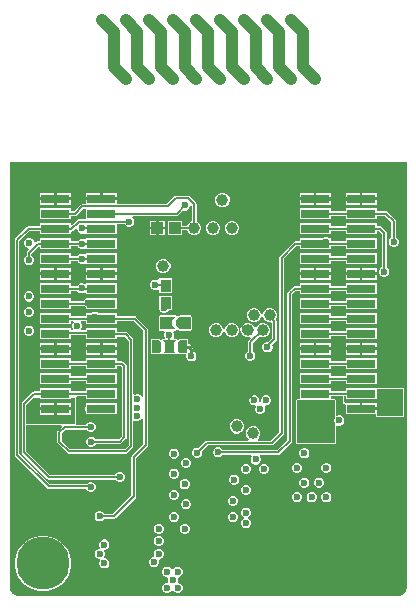
<source format=gbl>
G04*
G04 #@! TF.GenerationSoftware,Altium Limited,Altium Designer,21.0.8 (223)*
G04*
G04 Layer_Physical_Order=4*
G04 Layer_Color=16711680*
%FSLAX25Y25*%
%MOIN*%
G70*
G04*
G04 #@! TF.SameCoordinates,33316FA8-22EC-4851-BF61-47935A3E7C20*
G04*
G04*
G04 #@! TF.FilePolarity,Positive*
G04*
G01*
G75*
%ADD11C,0.00787*%
%ADD22R,0.04134X0.03937*%
%ADD25R,0.03740X0.03937*%
%ADD26C,0.03937*%
%ADD81C,0.00951*%
%ADD83C,0.17717*%
%ADD84C,0.02362*%
%ADD85C,0.02677*%
%ADD89R,0.09449X0.02992*%
%ADD90R,0.01000X0.01000*%
%ADD91C,0.00400*%
%ADD92C,0.03937*%
G36*
X133055Y3937D02*
Y3628D01*
X132935Y3023D01*
X132699Y2452D01*
X132356Y1939D01*
X131919Y1503D01*
X131406Y1159D01*
X130835Y923D01*
X130230Y803D01*
X3628D01*
X3023Y923D01*
X2452Y1159D01*
X1939Y1503D01*
X1503Y1939D01*
X1159Y2452D01*
X923Y3023D01*
X803Y3628D01*
Y3937D01*
Y145669D01*
X133055D01*
Y3937D01*
D02*
G37*
%LPC*%
G36*
X60274Y134379D02*
X60274Y134379D01*
X56174D01*
X56174Y134379D01*
X55864Y134318D01*
X55602Y134142D01*
X55602Y134142D01*
X53139Y131679D01*
X36524D01*
Y133031D01*
X31299D01*
X26075D01*
Y131679D01*
X24974D01*
X24664Y131618D01*
X24402Y131442D01*
X24402Y131442D01*
X22194Y129234D01*
X21069D01*
Y130321D01*
X10820D01*
Y126529D01*
X21069D01*
Y127616D01*
X22529D01*
X22529Y127616D01*
X22839Y127678D01*
X23101Y127853D01*
X25309Y130061D01*
X26175D01*
Y126579D01*
X23720D01*
X23410Y126518D01*
X23148Y126342D01*
X21531Y124726D01*
X21069Y124917D01*
Y125321D01*
X10820D01*
Y124234D01*
X7029D01*
X6719Y124173D01*
X6457Y123997D01*
X6457Y123997D01*
X2577Y120118D01*
X2402Y119855D01*
X2340Y119546D01*
X2340Y119546D01*
Y48094D01*
X2340Y48094D01*
X2402Y47785D01*
X2577Y47522D01*
X13202Y36898D01*
X13202Y36898D01*
X13464Y36722D01*
X13774Y36661D01*
X26107D01*
X26260Y36292D01*
X26733Y35819D01*
X27351Y35563D01*
X28019D01*
X28637Y35819D01*
X29110Y36292D01*
X29366Y36910D01*
Y37578D01*
X29110Y38196D01*
X28637Y38669D01*
X28019Y38925D01*
X27351D01*
X26733Y38669D01*
X26343Y38279D01*
X14109D01*
X3959Y48430D01*
Y119211D01*
X7364Y122616D01*
X10820D01*
Y121529D01*
X21069D01*
Y121973D01*
X21200Y122441D01*
X21510Y122502D01*
X21772Y122678D01*
X22738Y123644D01*
X23238Y123437D01*
Y123116D01*
X23494Y122498D01*
X23967Y122025D01*
X24585Y121769D01*
X25254D01*
X25675Y121943D01*
X26175Y121675D01*
Y121529D01*
X36424D01*
Y124961D01*
X39113D01*
X39189Y124777D01*
X39662Y124304D01*
X40280Y124048D01*
X40949D01*
X41567Y124304D01*
X42040Y124777D01*
X42296Y125395D01*
Y126064D01*
X42040Y126682D01*
X41606Y127116D01*
X41625Y127295D01*
X41759Y127616D01*
X56329D01*
X56329Y127616D01*
X56639Y127678D01*
X56901Y127853D01*
X58546Y129498D01*
X58689Y129438D01*
X59358D01*
X59976Y129694D01*
X60448Y130167D01*
X60704Y130785D01*
Y130956D01*
X61204Y131213D01*
X61396Y131076D01*
Y125850D01*
X60863Y125630D01*
X60197Y124964D01*
X59976Y124431D01*
X58316D01*
Y125991D01*
X53382D01*
Y121254D01*
X58316D01*
Y122813D01*
X59976D01*
X60197Y122280D01*
X60863Y121614D01*
X61734Y121254D01*
X62676D01*
X63546Y121614D01*
X64213Y122280D01*
X64573Y123151D01*
Y124093D01*
X64213Y124964D01*
X63546Y125630D01*
X63014Y125850D01*
Y131639D01*
X63014Y131639D01*
X62952Y131949D01*
X62777Y132212D01*
X62777Y132212D01*
X60846Y134142D01*
X60584Y134318D01*
X60274Y134379D01*
D02*
G37*
G36*
X123138Y135421D02*
X118307D01*
Y133819D01*
X123138D01*
Y135421D01*
D02*
G37*
G36*
X117520D02*
X112689D01*
Y133819D01*
X117520D01*
Y135421D01*
D02*
G37*
G36*
X21169D02*
X16339D01*
Y133819D01*
X21169D01*
Y135421D01*
D02*
G37*
G36*
X15551D02*
X10721D01*
Y133819D01*
X15551D01*
Y135421D01*
D02*
G37*
G36*
X107783D02*
X102953D01*
Y133819D01*
X107783D01*
Y135421D01*
D02*
G37*
G36*
X102165D02*
X97335D01*
Y133819D01*
X102165D01*
Y135421D01*
D02*
G37*
G36*
X36524D02*
X31693D01*
Y133819D01*
X36524D01*
Y135421D01*
D02*
G37*
G36*
X30906D02*
X26075D01*
Y133819D01*
X30906D01*
Y135421D01*
D02*
G37*
G36*
X123138Y133031D02*
X118307D01*
Y131429D01*
X123138D01*
Y133031D01*
D02*
G37*
G36*
X117520D02*
X112689D01*
Y131429D01*
X117520D01*
Y133031D01*
D02*
G37*
G36*
X107783Y133031D02*
X102953D01*
Y131429D01*
X107783D01*
Y133031D01*
D02*
G37*
G36*
X102165D02*
X97335D01*
Y131429D01*
X102165D01*
Y133031D01*
D02*
G37*
G36*
X21169Y133031D02*
X16339D01*
Y131429D01*
X21169D01*
Y133031D01*
D02*
G37*
G36*
X15551D02*
X10721D01*
Y131429D01*
X15551D01*
Y133031D01*
D02*
G37*
G36*
X72125Y135439D02*
X71182D01*
X70312Y135079D01*
X69646Y134413D01*
X69285Y133542D01*
Y132600D01*
X69646Y131729D01*
X70312Y131063D01*
X71182Y130702D01*
X72125D01*
X72995Y131063D01*
X73662Y131729D01*
X74022Y132600D01*
Y133542D01*
X73662Y134413D01*
X72995Y135079D01*
X72125Y135439D01*
D02*
G37*
G36*
X123038Y130321D02*
X112789D01*
Y129156D01*
X107683D01*
Y130321D01*
X97435D01*
Y126529D01*
X107683D01*
Y127537D01*
X112789D01*
Y126529D01*
X123038D01*
Y127616D01*
X125964D01*
X127931Y125649D01*
Y120382D01*
X127788Y120323D01*
X127315Y119850D01*
X127059Y119232D01*
Y118563D01*
X127315Y117945D01*
X127788Y117473D01*
X128406Y117217D01*
X129075D01*
X129692Y117473D01*
X130165Y117945D01*
X130421Y118563D01*
Y119232D01*
X130165Y119850D01*
X129692Y120323D01*
X129549Y120382D01*
Y125984D01*
X129488Y126294D01*
X129312Y126557D01*
X129312Y126557D01*
X126871Y128997D01*
X126609Y129173D01*
X126299Y129235D01*
X126299Y129234D01*
X123038D01*
Y130321D01*
D02*
G37*
G36*
Y125321D02*
X112789D01*
Y124179D01*
X107725D01*
X107724Y124181D01*
X107683Y124222D01*
Y125321D01*
X97435D01*
Y121529D01*
X107683D01*
Y122235D01*
X107724Y122276D01*
X107842Y122561D01*
X112789D01*
Y121529D01*
X123038D01*
Y122616D01*
X123877D01*
X124781Y121712D01*
Y110539D01*
X124638Y110480D01*
X124165Y110007D01*
X123909Y109389D01*
Y108721D01*
X124165Y108103D01*
X124638Y107630D01*
X125256Y107374D01*
X125925D01*
X126543Y107630D01*
X127016Y108103D01*
X127272Y108721D01*
Y109389D01*
X127016Y110007D01*
X126543Y110480D01*
X126400Y110539D01*
Y122047D01*
X126400Y122047D01*
X126338Y122357D01*
X126163Y122619D01*
X124785Y123997D01*
X124522Y124173D01*
X124213Y124234D01*
X124213Y124234D01*
X123038D01*
Y125321D01*
D02*
G37*
G36*
X52510Y126091D02*
X50337D01*
Y124016D01*
X52510D01*
Y126091D01*
D02*
G37*
G36*
X49550D02*
X47377D01*
Y124016D01*
X49550D01*
Y126091D01*
D02*
G37*
G36*
X75274Y125991D02*
X74332D01*
X73462Y125630D01*
X72795Y124964D01*
X72435Y124093D01*
Y123151D01*
X72795Y122280D01*
X73462Y121614D01*
X74332Y121254D01*
X75274D01*
X76145Y121614D01*
X76811Y122280D01*
X77172Y123151D01*
Y124093D01*
X76811Y124964D01*
X76145Y125630D01*
X75274Y125991D01*
D02*
G37*
G36*
X68975D02*
X68033D01*
X67162Y125630D01*
X66496Y124964D01*
X66135Y124093D01*
Y123151D01*
X66496Y122280D01*
X67162Y121614D01*
X68033Y121254D01*
X68975D01*
X69846Y121614D01*
X70512Y122280D01*
X70872Y123151D01*
Y124093D01*
X70512Y124964D01*
X69846Y125630D01*
X68975Y125991D01*
D02*
G37*
G36*
X52510Y123228D02*
X50337D01*
Y121153D01*
X52510D01*
Y123228D01*
D02*
G37*
G36*
X49550D02*
X47377D01*
Y121153D01*
X49550D01*
Y123228D01*
D02*
G37*
G36*
X36424Y120321D02*
X26175D01*
Y120125D01*
X25675Y119857D01*
X25254Y120031D01*
X24585D01*
X23967Y119775D01*
X23494Y119302D01*
X23466Y119234D01*
X21069D01*
Y120321D01*
X10820D01*
Y119209D01*
X10200D01*
X10200Y119209D01*
X9890Y119148D01*
X9628Y118972D01*
X9417Y118762D01*
X8925Y118977D01*
X8699Y119522D01*
X8226Y119995D01*
X7608Y120251D01*
X6940D01*
X6322Y119995D01*
X5849Y119522D01*
X5593Y118904D01*
Y118236D01*
X5849Y117618D01*
X6322Y117145D01*
X6867Y116919D01*
X7083Y116427D01*
X6605Y115950D01*
X6430Y115687D01*
X6368Y115377D01*
X6368Y115377D01*
Y114346D01*
X6198Y114275D01*
X5725Y113802D01*
X5469Y113184D01*
Y112516D01*
X5725Y111898D01*
X6198Y111425D01*
X6816Y111169D01*
X7484D01*
X8102Y111425D01*
X8575Y111898D01*
X8831Y112516D01*
Y113184D01*
X8575Y113802D01*
X8102Y114275D01*
X7987Y114323D01*
Y115042D01*
X10321Y117376D01*
X10820Y117169D01*
Y116529D01*
X21069D01*
Y117616D01*
X23404D01*
X23494Y117398D01*
X23967Y116925D01*
X24585Y116669D01*
X25254D01*
X25675Y116843D01*
X26175Y116575D01*
Y116529D01*
X36424D01*
Y120321D01*
D02*
G37*
G36*
X106470Y120551D02*
X105801D01*
X105246Y120321D01*
X97435D01*
Y119234D01*
X95984D01*
X95984Y119235D01*
X95675Y119173D01*
X95412Y118997D01*
X90766Y114352D01*
X90591Y114089D01*
X90529Y113779D01*
X90529Y113779D01*
Y55453D01*
X87854Y52778D01*
X83606D01*
X83399Y53278D01*
X83898Y53777D01*
X84258Y54647D01*
Y55589D01*
X83898Y56460D01*
X83231Y57126D01*
X82361Y57487D01*
X81419D01*
X80548Y57126D01*
X79882Y56460D01*
X79521Y55589D01*
Y54647D01*
X79882Y53777D01*
X80381Y53278D01*
X80173Y52778D01*
X66467D01*
X66157Y52716D01*
X65894Y52541D01*
X65894Y52541D01*
X63714Y50360D01*
X63571Y50419D01*
X62902D01*
X62284Y50163D01*
X61811Y49690D01*
X61555Y49073D01*
Y48404D01*
X61811Y47786D01*
X62284Y47313D01*
X62902Y47057D01*
X63571D01*
X64188Y47313D01*
X64661Y47786D01*
X64917Y48404D01*
Y49073D01*
X64858Y49215D01*
X66802Y51159D01*
X88189D01*
X88189Y51159D01*
X88499Y51221D01*
X88761Y51396D01*
X91911Y54546D01*
X92086Y54808D01*
X92148Y55118D01*
Y113444D01*
X96320Y117616D01*
X97435D01*
Y116529D01*
X107683D01*
Y117561D01*
X112789D01*
Y116529D01*
X123038D01*
Y120321D01*
X112789D01*
Y119179D01*
X107817D01*
Y119204D01*
X107683Y119526D01*
Y120321D01*
X107025D01*
X106470Y120551D01*
D02*
G37*
G36*
X36424Y115321D02*
X26175D01*
Y115145D01*
X25675Y114877D01*
X25254Y115051D01*
X24585D01*
X23967Y114795D01*
X23494Y114322D01*
X23458Y114234D01*
X21069D01*
Y115321D01*
X10820D01*
Y111529D01*
X21069D01*
Y112616D01*
X23412D01*
X23494Y112418D01*
X23967Y111945D01*
X24585Y111689D01*
X25254D01*
X25675Y111863D01*
X26175Y111595D01*
Y111529D01*
X36424D01*
Y115321D01*
D02*
G37*
G36*
X123038D02*
X112789D01*
Y114179D01*
X107702D01*
X107683Y114224D01*
Y115321D01*
X97435D01*
Y111529D01*
X107683D01*
Y112561D01*
X112789D01*
Y111529D01*
X123038D01*
Y115321D01*
D02*
G37*
G36*
X123138Y110421D02*
X118307D01*
Y108819D01*
X123138D01*
Y110421D01*
D02*
G37*
G36*
X117520D02*
X112689D01*
Y108819D01*
X117520D01*
Y110421D01*
D02*
G37*
G36*
X21169D02*
X16339D01*
Y108819D01*
X21169D01*
Y110421D01*
D02*
G37*
G36*
X15551D02*
X10721D01*
Y108819D01*
X15551D01*
Y110421D01*
D02*
G37*
G36*
X107783D02*
X102953D01*
Y108819D01*
X107783D01*
Y110421D01*
D02*
G37*
G36*
X102165D02*
X97335D01*
Y108819D01*
X102165D01*
Y110421D01*
D02*
G37*
G36*
X36524D02*
X31693D01*
Y108819D01*
X36524D01*
Y110421D01*
D02*
G37*
G36*
X30906D02*
X26075D01*
Y108819D01*
X30906D01*
Y110421D01*
D02*
G37*
G36*
X52440Y113392D02*
X51497D01*
X50627Y113031D01*
X49961Y112365D01*
X49600Y111495D01*
Y110553D01*
X49961Y109682D01*
X50627Y109016D01*
X51497Y108655D01*
X52440D01*
X53310Y109016D01*
X53976Y109682D01*
X54337Y110553D01*
Y111495D01*
X53976Y112365D01*
X53310Y113031D01*
X52440Y113392D01*
D02*
G37*
G36*
X123138Y108031D02*
X118307D01*
Y106429D01*
X123138D01*
Y108031D01*
D02*
G37*
G36*
X117520D02*
X112689D01*
Y106429D01*
X117520D01*
Y108031D01*
D02*
G37*
G36*
X107783Y108031D02*
X102953D01*
Y106429D01*
X107783D01*
Y108031D01*
D02*
G37*
G36*
X102165D02*
X97335D01*
Y106429D01*
X102165D01*
Y108031D01*
D02*
G37*
G36*
X36524Y108031D02*
X31693D01*
Y106429D01*
X36524D01*
Y108031D01*
D02*
G37*
G36*
X30906D02*
X26075D01*
Y106429D01*
X30906D01*
Y108031D01*
D02*
G37*
G36*
X21169Y108031D02*
X16339D01*
Y106429D01*
X21169D01*
Y108031D01*
D02*
G37*
G36*
X15551D02*
X10721D01*
Y106429D01*
X15551D01*
Y108031D01*
D02*
G37*
G36*
X54931Y106808D02*
X50391D01*
Y106577D01*
X49891Y106263D01*
X49547Y106405D01*
X48878D01*
X48260Y106150D01*
X47787Y105677D01*
X47532Y105059D01*
Y104390D01*
X47787Y103772D01*
X48260Y103299D01*
X48878Y103043D01*
X49547D01*
X49891Y103186D01*
X50391Y102872D01*
Y102071D01*
X54931D01*
Y106808D01*
D02*
G37*
G36*
X36424Y105321D02*
X26175D01*
Y105054D01*
X25675Y104847D01*
X25626Y104895D01*
X25008Y105151D01*
X24340D01*
X23722Y104895D01*
X23249Y104422D01*
X23171Y104234D01*
X21069D01*
Y105321D01*
X10820D01*
Y101529D01*
X21069D01*
Y102616D01*
X23208D01*
X23249Y102518D01*
X23722Y102045D01*
X24340Y101789D01*
X25008D01*
X25626Y102045D01*
X25675Y102093D01*
X26175Y101886D01*
Y101529D01*
X36424D01*
Y105321D01*
D02*
G37*
G36*
X123038D02*
X112789D01*
Y104234D01*
X107683D01*
Y105321D01*
X97435D01*
Y104234D01*
X95669D01*
X95669Y104235D01*
X95360Y104173D01*
X95097Y103997D01*
X95097Y103997D01*
X93522Y102423D01*
X93347Y102160D01*
X93285Y101850D01*
X93285Y101850D01*
Y53091D01*
X89822Y49628D01*
X71707D01*
X71648Y49771D01*
X71175Y50244D01*
X70557Y50500D01*
X69888D01*
X69270Y50244D01*
X68797Y49771D01*
X68541Y49153D01*
Y48485D01*
X68797Y47867D01*
X69270Y47394D01*
X69888Y47138D01*
X70557D01*
X71175Y47394D01*
X71648Y47867D01*
X71707Y48010D01*
X81146D01*
X81353Y47510D01*
X81252Y47409D01*
X80996Y46791D01*
Y46122D01*
X81252Y45504D01*
X81725Y45031D01*
X82343Y44776D01*
X83012D01*
X83629Y45031D01*
X84102Y45504D01*
X84358Y46122D01*
Y46791D01*
X84102Y47409D01*
X84002Y47510D01*
X84209Y48010D01*
X90157D01*
X90158Y48010D01*
X90467Y48071D01*
X90730Y48247D01*
X94667Y52184D01*
X94667Y52184D01*
X94842Y52446D01*
X94904Y52756D01*
Y101515D01*
X96004Y102616D01*
X97435D01*
Y101529D01*
X107683D01*
Y102616D01*
X112789D01*
Y101529D01*
X123038D01*
Y105321D01*
D02*
G37*
G36*
Y100321D02*
X112789D01*
Y99234D01*
X107683D01*
Y100321D01*
X97435D01*
Y96529D01*
X107683D01*
Y97616D01*
X112789D01*
Y96529D01*
X123038D01*
Y100321D01*
D02*
G37*
G36*
X27308Y100351D02*
X26640D01*
X26567Y100321D01*
X26175D01*
Y100159D01*
X26022Y100095D01*
X25549Y99622D01*
X25388Y99234D01*
X21069D01*
Y100321D01*
X10820D01*
Y96529D01*
X21069D01*
Y97616D01*
X25651D01*
X26022Y97245D01*
X26175Y97181D01*
Y96529D01*
X36424D01*
Y100321D01*
X27381D01*
X27308Y100351D01*
D02*
G37*
G36*
X7421Y102469D02*
X6752D01*
X6134Y102213D01*
X5661Y101740D01*
X5406Y101122D01*
Y100453D01*
X5661Y99835D01*
X6134Y99362D01*
X6752Y99106D01*
X7421D01*
X8039Y99362D01*
X8512Y99835D01*
X8768Y100453D01*
Y101122D01*
X8512Y101740D01*
X8039Y102213D01*
X7421Y102469D01*
D02*
G37*
G36*
X54931Y101100D02*
X50391D01*
Y96363D01*
X50677D01*
X50831Y95991D01*
X51304Y95518D01*
X51921Y95262D01*
X52590D01*
X53208Y95518D01*
X53681Y95991D01*
X53835Y96363D01*
X54931D01*
Y101100D01*
D02*
G37*
G36*
X87873Y96867D02*
X86931D01*
X86060Y96507D01*
X85394Y95840D01*
X85033Y94970D01*
X84543D01*
X84182Y95840D01*
X83516Y96507D01*
X82645Y96867D01*
X81703D01*
X80832Y96507D01*
X80166Y95840D01*
X79805Y94970D01*
Y94028D01*
X80166Y93157D01*
X80832Y92491D01*
X81703Y92130D01*
X82645D01*
X83516Y92491D01*
X84182Y93157D01*
X84543Y94028D01*
X85033D01*
X85394Y93157D01*
X86060Y92491D01*
X86931Y92130D01*
X87873D01*
X88167Y91711D01*
Y86924D01*
X86757Y85514D01*
X86312D01*
X85694Y85258D01*
X85222Y84785D01*
X84966Y84168D01*
Y83499D01*
X85222Y82881D01*
X85694Y82408D01*
X86312Y82152D01*
X86981D01*
X87599Y82408D01*
X88072Y82881D01*
X88328Y83499D01*
Y84168D01*
X88144Y84612D01*
X89549Y86017D01*
X89549Y86017D01*
X89724Y86279D01*
X89786Y86589D01*
Y92463D01*
X89724Y92772D01*
X89549Y93035D01*
X89549Y93035D01*
X89415Y93169D01*
X89770Y94028D01*
Y94970D01*
X89410Y95840D01*
X88743Y96507D01*
X87873Y96867D01*
D02*
G37*
G36*
X123038Y95321D02*
X112789D01*
Y94235D01*
X107683D01*
Y95321D01*
X97435D01*
Y91529D01*
X107683D01*
Y92616D01*
X112789D01*
Y91529D01*
X123038D01*
Y95321D01*
D02*
G37*
G36*
X29408Y95751D02*
X28740D01*
X28122Y95495D01*
X27948Y95321D01*
X26175D01*
Y94235D01*
X21069D01*
Y95321D01*
X10820D01*
Y91529D01*
X21069D01*
Y92616D01*
X21815D01*
X22022Y92116D01*
X21803Y91897D01*
X21547Y91279D01*
Y90610D01*
X21803Y89993D01*
X21816Y89979D01*
X21609Y89479D01*
X21069D01*
Y90321D01*
X10820D01*
Y86529D01*
X21069D01*
Y87861D01*
X26175D01*
Y86529D01*
X36424D01*
Y87380D01*
X39035D01*
X40332Y86082D01*
Y51319D01*
X39035Y50022D01*
X20808D01*
X18132Y52697D01*
Y55177D01*
X19390Y56435D01*
X26201D01*
X26260Y56292D01*
X26733Y55819D01*
X27351Y55563D01*
X28019D01*
X28637Y55819D01*
X29110Y56292D01*
X29366Y56910D01*
Y57578D01*
X29110Y58196D01*
X28637Y58669D01*
X28019Y58925D01*
X27351D01*
X26733Y58669D01*
X26260Y58196D01*
X26201Y58053D01*
X23017D01*
X22874Y58268D01*
Y66929D01*
X22819Y67061D01*
X23075Y67561D01*
X26175D01*
Y66529D01*
X36424D01*
Y70321D01*
X26175D01*
Y69179D01*
X21069D01*
Y70321D01*
X10820D01*
Y69235D01*
X8976D01*
X8976Y69235D01*
X8667Y69173D01*
X8404Y68997D01*
X8404Y68997D01*
X4940Y65533D01*
X4764Y65270D01*
X4703Y64961D01*
X4703Y64961D01*
Y48819D01*
X4703Y48819D01*
X4764Y48509D01*
X4940Y48247D01*
X13207Y39979D01*
X13207Y39979D01*
X13470Y39803D01*
X13780Y39742D01*
X13780Y39742D01*
X35917D01*
X35976Y39599D01*
X36449Y39126D01*
X37067Y38870D01*
X37736D01*
X38354Y39126D01*
X38827Y39599D01*
X39083Y40217D01*
Y40886D01*
X38827Y41503D01*
X38354Y41976D01*
X37736Y42232D01*
X37067D01*
X36449Y41976D01*
X35976Y41503D01*
X35917Y41360D01*
X14115D01*
X6321Y49154D01*
Y57835D01*
X17794D01*
X18001Y57335D01*
X16751Y56084D01*
X16575Y55822D01*
X16514Y55512D01*
X16514Y55512D01*
Y52362D01*
X16514Y52362D01*
X16575Y52052D01*
X16751Y51790D01*
X19900Y48640D01*
X20163Y48465D01*
X20472Y48403D01*
X39370D01*
X39370Y48403D01*
X39680Y48465D01*
X39942Y48640D01*
X41714Y50412D01*
X41714Y50412D01*
X41889Y50675D01*
X41951Y50984D01*
X41951Y50984D01*
Y59349D01*
X42451Y59559D01*
X42973Y59342D01*
X43641D01*
X44259Y59598D01*
X44732Y60071D01*
X44754Y60123D01*
X45254Y60024D01*
Y51516D01*
X41554Y47816D01*
X41378Y47554D01*
X41317Y47244D01*
X41317Y47244D01*
Y34587D01*
X35098Y28368D01*
X32160D01*
X32125Y28452D01*
X31652Y28925D01*
X31034Y29181D01*
X30366D01*
X29748Y28925D01*
X29275Y28452D01*
X29019Y27834D01*
Y27166D01*
X29275Y26548D01*
X29748Y26075D01*
X30366Y25819D01*
X31034D01*
X31652Y26075D01*
X32125Y26548D01*
X32209Y26750D01*
X35433D01*
X35433Y26750D01*
X35743Y26811D01*
X36005Y26987D01*
X42698Y33680D01*
X42698Y33680D01*
X42874Y33942D01*
X42935Y34252D01*
Y46909D01*
X46635Y50609D01*
X46635Y50609D01*
X46811Y50871D01*
X46872Y51181D01*
Y89764D01*
X46872Y89764D01*
X46811Y90074D01*
X46635Y90336D01*
X42974Y93997D01*
X42711Y94173D01*
X42402Y94235D01*
X42401Y94235D01*
X36424D01*
Y95321D01*
X30200D01*
X30026Y95495D01*
X29408Y95751D01*
D02*
G37*
G36*
X7421Y97350D02*
X6752D01*
X6134Y97094D01*
X5661Y96622D01*
X5406Y96004D01*
Y95335D01*
X5661Y94717D01*
X6134Y94244D01*
X6752Y93988D01*
X7421D01*
X8039Y94244D01*
X8512Y94717D01*
X8768Y95335D01*
Y96004D01*
X8512Y96622D01*
X8039Y97094D01*
X7421Y97350D01*
D02*
G37*
G36*
X85474Y91939D02*
X84531D01*
X83661Y91578D01*
X82995Y90912D01*
X82809Y90463D01*
X82268D01*
X82082Y90912D01*
X81416Y91578D01*
X80545Y91939D01*
X79603D01*
X78732Y91578D01*
X78419Y91265D01*
X78372Y91245D01*
X77899Y90772D01*
X77643Y90154D01*
Y89486D01*
X77706Y89335D01*
Y89099D01*
X78066Y88228D01*
X78732Y87562D01*
X79603Y87202D01*
X80545D01*
X80950Y87369D01*
X81234Y86945D01*
X80402Y86114D01*
X80226Y85851D01*
X80165Y85541D01*
X80165Y85541D01*
Y82555D01*
X80022Y82495D01*
X79549Y82022D01*
X79293Y81405D01*
Y80736D01*
X79549Y80118D01*
X80022Y79645D01*
X80640Y79389D01*
X81308D01*
X81926Y79645D01*
X82399Y80118D01*
X82655Y80736D01*
Y81405D01*
X82399Y82022D01*
X81926Y82495D01*
X81783Y82555D01*
Y85206D01*
X83999Y87422D01*
X84531Y87202D01*
X85474D01*
X86344Y87562D01*
X87011Y88228D01*
X87371Y89099D01*
Y90041D01*
X87011Y90912D01*
X86344Y91578D01*
X85474Y91939D01*
D02*
G37*
G36*
X75245D02*
X74303D01*
X73432Y91578D01*
X72766Y90912D01*
X72405Y90041D01*
X71943D01*
X71582Y90912D01*
X70916Y91578D01*
X70045Y91939D01*
X69103D01*
X68232Y91578D01*
X67566Y90912D01*
X67206Y90041D01*
Y89099D01*
X67566Y88228D01*
X68232Y87562D01*
X69103Y87202D01*
X70045D01*
X70916Y87562D01*
X71582Y88228D01*
X71943Y89099D01*
X72405D01*
X72766Y88228D01*
X73432Y87562D01*
X74303Y87202D01*
X75245D01*
X76116Y87562D01*
X76782Y88228D01*
X77143Y89099D01*
Y90041D01*
X76782Y90912D01*
X76116Y91578D01*
X75245Y91939D01*
D02*
G37*
G36*
X53779Y94701D02*
X53110D01*
X52552Y94469D01*
X50787D01*
X50481Y94343D01*
X50354Y94036D01*
Y89836D01*
X50481Y89530D01*
X50787Y89403D01*
X52223D01*
X52449Y88922D01*
X52193Y88305D01*
Y87636D01*
X52420Y87088D01*
X52225Y86588D01*
X51894D01*
X51588Y86461D01*
X51568Y86413D01*
X50999Y86275D01*
X50813Y86461D01*
X50506Y86588D01*
X48106D01*
X47800Y86461D01*
X47673Y86155D01*
Y81955D01*
X47800Y81649D01*
X48106Y81522D01*
X50506D01*
X50813Y81649D01*
X50999Y81835D01*
X51568Y81697D01*
X51588Y81649D01*
X51894Y81522D01*
X56094D01*
X56400Y81649D01*
X56420Y81697D01*
X56989Y81835D01*
X57175Y81649D01*
X57481Y81522D01*
X59371D01*
X59601Y81178D01*
Y80509D01*
X59857Y79891D01*
X60330Y79418D01*
X60948Y79163D01*
X61617D01*
X62235Y79418D01*
X62708Y79891D01*
X62963Y80509D01*
Y81178D01*
X62708Y81796D01*
X62235Y82269D01*
X61905Y82405D01*
Y83381D01*
X61905Y83381D01*
X61837Y83723D01*
X61643Y84012D01*
X61299Y84356D01*
X61291Y84397D01*
X61098Y84686D01*
X60808Y84880D01*
X60467Y84948D01*
X60314D01*
Y86155D01*
X60187Y86461D01*
X59881Y86588D01*
X57481D01*
X57175Y86461D01*
X56989Y86275D01*
X56420Y86413D01*
X56400Y86461D01*
X56094Y86588D01*
X55523D01*
X55328Y87088D01*
X55555Y87636D01*
Y88305D01*
X55299Y88922D01*
X55525Y89403D01*
X56018D01*
X56324Y89530D01*
X56344Y89578D01*
X56913Y89717D01*
X57099Y89530D01*
X57406Y89403D01*
X58777D01*
X59114Y89264D01*
X59783D01*
X60120Y89403D01*
X61006D01*
X61312Y89530D01*
X61439Y89836D01*
Y94036D01*
X61312Y94343D01*
X61006Y94469D01*
X57406D01*
X57099Y94343D01*
X56913Y94156D01*
X56344Y94295D01*
X56324Y94343D01*
X56018Y94469D01*
X54338D01*
X53779Y94701D01*
D02*
G37*
G36*
X123038Y90321D02*
X112789D01*
Y89235D01*
X107683D01*
Y90321D01*
X97435D01*
Y86529D01*
X107683D01*
Y87616D01*
X112789D01*
Y86529D01*
X123038D01*
Y90321D01*
D02*
G37*
G36*
X7421Y91051D02*
X6752D01*
X6134Y90795D01*
X5661Y90322D01*
X5406Y89705D01*
Y89036D01*
X5661Y88418D01*
X6134Y87945D01*
X6752Y87689D01*
X7421D01*
X8039Y87945D01*
X8512Y88418D01*
X8768Y89036D01*
Y89705D01*
X8512Y90322D01*
X8039Y90795D01*
X7421Y91051D01*
D02*
G37*
G36*
X123138Y85421D02*
X118307D01*
Y83819D01*
X123138D01*
Y85421D01*
D02*
G37*
G36*
X117520D02*
X112689D01*
Y83819D01*
X117520D01*
Y85421D01*
D02*
G37*
G36*
X21169D02*
X16339D01*
Y83819D01*
X21169D01*
Y85421D01*
D02*
G37*
G36*
X15551D02*
X10721D01*
Y83819D01*
X15551D01*
Y85421D01*
D02*
G37*
G36*
X107783D02*
X102953D01*
Y83819D01*
X107783D01*
Y85421D01*
D02*
G37*
G36*
X102165D02*
X97335D01*
Y83819D01*
X102165D01*
Y85421D01*
D02*
G37*
G36*
X36524D02*
X31693D01*
Y83819D01*
X36524D01*
Y85421D01*
D02*
G37*
G36*
X30906D02*
X26075D01*
Y83819D01*
X30906D01*
Y85421D01*
D02*
G37*
G36*
X123138Y83031D02*
X118307D01*
Y81429D01*
X123138D01*
Y83031D01*
D02*
G37*
G36*
X117520D02*
X112689D01*
Y81429D01*
X117520D01*
Y83031D01*
D02*
G37*
G36*
X107783Y83031D02*
X102953D01*
Y81429D01*
X107783D01*
Y83031D01*
D02*
G37*
G36*
X102165D02*
X97335D01*
Y81429D01*
X102165D01*
Y83031D01*
D02*
G37*
G36*
X36524Y83031D02*
X31693D01*
Y81429D01*
X36524D01*
Y83031D01*
D02*
G37*
G36*
X30906D02*
X26075D01*
Y81429D01*
X30906D01*
Y83031D01*
D02*
G37*
G36*
X21169Y83031D02*
X16339D01*
Y81429D01*
X21169D01*
Y83031D01*
D02*
G37*
G36*
X15551D02*
X10721D01*
Y81429D01*
X15551D01*
Y83031D01*
D02*
G37*
G36*
X123038Y80321D02*
X112789D01*
Y79234D01*
X107683D01*
Y80321D01*
X97435D01*
Y76529D01*
X107683D01*
Y77616D01*
X112789D01*
Y76529D01*
X123038D01*
Y80321D01*
D02*
G37*
G36*
X36424D02*
X26175D01*
Y79234D01*
X21069D01*
Y80321D01*
X10820D01*
Y76529D01*
X21069D01*
Y77616D01*
X26175D01*
Y76529D01*
X36424D01*
Y77537D01*
X37854D01*
X38167Y77224D01*
Y54272D01*
X37066Y53171D01*
X29437D01*
X29378Y53315D01*
X28905Y53787D01*
X28287Y54043D01*
X27618D01*
X27000Y53787D01*
X26528Y53315D01*
X26272Y52697D01*
Y52028D01*
X26528Y51410D01*
X27000Y50937D01*
X27618Y50681D01*
X28287D01*
X28905Y50937D01*
X29378Y51410D01*
X29437Y51553D01*
X37402D01*
X37402Y51553D01*
X37711Y51615D01*
X37974Y51790D01*
X39549Y53365D01*
X39724Y53627D01*
X39786Y53937D01*
X39786Y53937D01*
Y77559D01*
X39724Y77869D01*
X39549Y78131D01*
X39549Y78131D01*
X38761Y78919D01*
X38499Y79094D01*
X38189Y79156D01*
X38189Y79156D01*
X36424D01*
Y80321D01*
D02*
G37*
G36*
X123038Y75321D02*
X112789D01*
Y74234D01*
X107683D01*
Y75321D01*
X97435D01*
Y71529D01*
X107683D01*
Y72616D01*
X112789D01*
Y71529D01*
X123038D01*
Y75321D01*
D02*
G37*
G36*
X36424D02*
X26175D01*
Y74234D01*
X21069D01*
Y75321D01*
X10820D01*
Y71529D01*
X21069D01*
Y72616D01*
X26175D01*
Y71529D01*
X36424D01*
Y75321D01*
D02*
G37*
G36*
X131890Y70354D02*
X123038D01*
X122958Y70321D01*
X112789D01*
Y69235D01*
X107683D01*
Y70321D01*
X97435D01*
Y66575D01*
X96457D01*
X96150Y66448D01*
X96024Y66142D01*
Y51968D01*
X96150Y51662D01*
X96457Y51536D01*
X109055D01*
X109361Y51662D01*
X109488Y51968D01*
Y57561D01*
X109988Y57895D01*
X110295Y57768D01*
X110964D01*
X111582Y58024D01*
X112055Y58497D01*
X112311Y59114D01*
Y59783D01*
X112055Y60401D01*
X111582Y60874D01*
X110964Y61130D01*
X110295D01*
X109988Y61003D01*
X109488Y61337D01*
Y66142D01*
X109361Y66448D01*
X109055Y66575D01*
X107683D01*
Y67616D01*
X111772D01*
Y65459D01*
X111829Y65321D01*
X111875Y65178D01*
X111892Y65170D01*
X111899Y65153D01*
X112037Y65096D01*
X112171Y65028D01*
X112655Y64990D01*
X112789Y64516D01*
Y61529D01*
X122243D01*
X122705Y61524D01*
X122705Y61429D01*
X122747Y61327D01*
X122760Y61217D01*
X122988Y60811D01*
X123036Y60774D01*
X123060Y60717D01*
X123162Y60675D01*
X123249Y60607D01*
X123310Y60614D01*
X123366Y60591D01*
X131890D01*
X132196Y60717D01*
X132323Y61024D01*
X132323Y69921D01*
X132196Y70227D01*
X131890Y70354D01*
D02*
G37*
G36*
X86555Y67823D02*
X85886D01*
X85268Y67567D01*
X84795Y67094D01*
X84539Y66476D01*
Y65919D01*
X84406Y65671D01*
X84252Y65514D01*
X83965Y65807D01*
Y66476D01*
X83709Y67094D01*
X83236Y67567D01*
X82618Y67823D01*
X81949D01*
X81331Y67567D01*
X80858Y67094D01*
X80602Y66476D01*
Y65807D01*
X80858Y65189D01*
X81331Y64717D01*
X81949Y64461D01*
X82336D01*
X82681Y63987D01*
X82571Y63720D01*
Y63051D01*
X82827Y62434D01*
X83300Y61961D01*
X83918Y61705D01*
X84586D01*
X85204Y61961D01*
X85677Y62434D01*
X85933Y63051D01*
Y63720D01*
X85823Y63987D01*
X86168Y64461D01*
X86555D01*
X87173Y64717D01*
X87646Y65189D01*
X87902Y65807D01*
Y66476D01*
X87646Y67094D01*
X87173Y67567D01*
X86555Y67823D01*
D02*
G37*
G36*
X36424Y65321D02*
X26175D01*
Y64379D01*
X26134Y64338D01*
X25878Y63720D01*
Y63051D01*
X26134Y62434D01*
X26175Y62393D01*
Y61529D01*
X36424D01*
Y65321D01*
D02*
G37*
G36*
X76849Y59849D02*
X75907D01*
X75036Y59488D01*
X74370Y58822D01*
X74010Y57951D01*
Y57009D01*
X74370Y56139D01*
X75036Y55472D01*
X75907Y55112D01*
X76849D01*
X77720Y55472D01*
X78386Y56139D01*
X78746Y57009D01*
Y57951D01*
X78386Y58822D01*
X77720Y59488D01*
X76849Y59849D01*
D02*
G37*
G36*
X99311Y50185D02*
X98642D01*
X98024Y49929D01*
X97551Y49456D01*
X97295Y48838D01*
Y48169D01*
X97551Y47552D01*
X98024Y47079D01*
X98642Y46823D01*
X99311D01*
X99929Y47079D01*
X100401Y47552D01*
X100657Y48169D01*
Y48838D01*
X100401Y49456D01*
X99929Y49929D01*
X99311Y50185D01*
D02*
G37*
G36*
X55846Y50106D02*
X55177D01*
X54560Y49850D01*
X54087Y49378D01*
X53831Y48760D01*
Y48091D01*
X54087Y47473D01*
X54560Y47000D01*
X55177Y46744D01*
X55846D01*
X56464Y47000D01*
X56937Y47473D01*
X57193Y48091D01*
Y48760D01*
X56937Y49378D01*
X56464Y49850D01*
X55846Y50106D01*
D02*
G37*
G36*
X59783Y46957D02*
X59114D01*
X58497Y46701D01*
X58024Y46228D01*
X57768Y45610D01*
Y44941D01*
X58024Y44323D01*
X58497Y43850D01*
X59114Y43595D01*
X59783D01*
X60401Y43850D01*
X60874Y44323D01*
X61130Y44941D01*
Y45610D01*
X60874Y46228D01*
X60401Y46701D01*
X59783Y46957D01*
D02*
G37*
G36*
X106634Y45303D02*
X105965D01*
X105347Y45047D01*
X104874Y44574D01*
X104618Y43956D01*
Y43288D01*
X104874Y42670D01*
X105347Y42197D01*
X105965Y41941D01*
X106634D01*
X107252Y42197D01*
X107724Y42670D01*
X107980Y43288D01*
Y43956D01*
X107724Y44574D01*
X107252Y45047D01*
X106634Y45303D01*
D02*
G37*
G36*
X96870D02*
X96201D01*
X95583Y45047D01*
X95110Y44574D01*
X94854Y43956D01*
Y43288D01*
X95110Y42670D01*
X95583Y42197D01*
X96201Y41941D01*
X96870D01*
X97488Y42197D01*
X97961Y42670D01*
X98216Y43288D01*
Y43956D01*
X97961Y44574D01*
X97488Y45047D01*
X96870Y45303D01*
D02*
G37*
G36*
X85768Y44988D02*
X85099D01*
X84481Y44732D01*
X84008Y44259D01*
X83752Y43641D01*
Y42973D01*
X84008Y42355D01*
X84481Y41882D01*
X85099Y41626D01*
X85768D01*
X86385Y41882D01*
X86858Y42355D01*
X87114Y42973D01*
Y43641D01*
X86858Y44259D01*
X86385Y44732D01*
X85768Y44988D01*
D02*
G37*
G36*
X79862D02*
X79193D01*
X78575Y44732D01*
X78102Y44259D01*
X77846Y43641D01*
Y42973D01*
X78102Y42355D01*
X78575Y41882D01*
X79193Y41626D01*
X79862D01*
X80480Y41882D01*
X80953Y42355D01*
X81209Y42973D01*
Y43641D01*
X80953Y44259D01*
X80480Y44732D01*
X79862Y44988D01*
D02*
G37*
G36*
X55846Y43413D02*
X55177D01*
X54560Y43157D01*
X54087Y42685D01*
X53831Y42067D01*
Y41398D01*
X54087Y40780D01*
X54560Y40307D01*
X55177Y40051D01*
X55846D01*
X56464Y40307D01*
X56937Y40780D01*
X57193Y41398D01*
Y42067D01*
X56937Y42685D01*
X56464Y43157D01*
X55846Y43413D01*
D02*
G37*
G36*
X75925Y41445D02*
X75256D01*
X74638Y41189D01*
X74165Y40716D01*
X73909Y40098D01*
Y39429D01*
X74165Y38811D01*
X74638Y38339D01*
X75256Y38083D01*
X75925D01*
X76543Y38339D01*
X77016Y38811D01*
X77272Y39429D01*
Y40098D01*
X77016Y40716D01*
X76543Y41189D01*
X75925Y41445D01*
D02*
G37*
G36*
X104193Y40421D02*
X103524D01*
X102906Y40165D01*
X102433Y39692D01*
X102177Y39075D01*
Y38406D01*
X102433Y37788D01*
X102906Y37315D01*
X103524Y37059D01*
X104193D01*
X104811Y37315D01*
X105283Y37788D01*
X105539Y38406D01*
Y39075D01*
X105283Y39692D01*
X104811Y40165D01*
X104193Y40421D01*
D02*
G37*
G36*
X99311D02*
X98642D01*
X98024Y40165D01*
X97551Y39692D01*
X97295Y39075D01*
Y38406D01*
X97551Y37788D01*
X98024Y37315D01*
X98642Y37059D01*
X99311D01*
X99929Y37315D01*
X100401Y37788D01*
X100657Y38406D01*
Y39075D01*
X100401Y39692D01*
X99929Y40165D01*
X99311Y40421D01*
D02*
G37*
G36*
X59390Y39870D02*
X58721D01*
X58103Y39614D01*
X57630Y39141D01*
X57374Y38523D01*
Y37855D01*
X57630Y37237D01*
X58103Y36764D01*
X58721Y36508D01*
X59390D01*
X60007Y36764D01*
X60480Y37237D01*
X60736Y37855D01*
Y38523D01*
X60480Y39141D01*
X60007Y39614D01*
X59390Y39870D01*
D02*
G37*
G36*
X79862Y37902D02*
X79193D01*
X78575Y37646D01*
X78102Y37173D01*
X77846Y36555D01*
Y35886D01*
X78102Y35268D01*
X78575Y34795D01*
X79193Y34539D01*
X79862D01*
X80480Y34795D01*
X80953Y35268D01*
X81209Y35886D01*
Y36555D01*
X80953Y37173D01*
X80480Y37646D01*
X79862Y37902D01*
D02*
G37*
G36*
X55846Y36327D02*
X55177D01*
X54560Y36071D01*
X54087Y35598D01*
X53831Y34980D01*
Y34311D01*
X54087Y33693D01*
X54560Y33220D01*
X55177Y32965D01*
X55846D01*
X56464Y33220D01*
X56937Y33693D01*
X57193Y34311D01*
Y34980D01*
X56937Y35598D01*
X56464Y36071D01*
X55846Y36327D01*
D02*
G37*
G36*
X106634Y35539D02*
X105965D01*
X105347Y35283D01*
X104874Y34811D01*
X104618Y34193D01*
Y33524D01*
X104874Y32906D01*
X105347Y32433D01*
X105965Y32177D01*
X106634D01*
X107252Y32433D01*
X107724Y32906D01*
X107980Y33524D01*
Y34193D01*
X107724Y34811D01*
X107252Y35283D01*
X106634Y35539D01*
D02*
G37*
G36*
X101752D02*
X101083D01*
X100465Y35283D01*
X99992Y34811D01*
X99736Y34193D01*
Y33524D01*
X99992Y32906D01*
X100465Y32433D01*
X101083Y32177D01*
X101752D01*
X102370Y32433D01*
X102842Y32906D01*
X103098Y33524D01*
Y34193D01*
X102842Y34811D01*
X102370Y35283D01*
X101752Y35539D01*
D02*
G37*
G36*
X96870D02*
X96201D01*
X95583Y35283D01*
X95110Y34811D01*
X94854Y34193D01*
Y33524D01*
X95110Y32906D01*
X95583Y32433D01*
X96201Y32177D01*
X96870D01*
X97488Y32433D01*
X97961Y32906D01*
X98216Y33524D01*
Y34193D01*
X97961Y34811D01*
X97488Y35283D01*
X96870Y35539D01*
D02*
G37*
G36*
X75531Y34358D02*
X74862D01*
X74245Y34102D01*
X73772Y33629D01*
X73516Y33012D01*
Y32343D01*
X73772Y31725D01*
X74245Y31252D01*
X74862Y30996D01*
X75531D01*
X76149Y31252D01*
X76622Y31725D01*
X76878Y32343D01*
Y33012D01*
X76622Y33629D01*
X76149Y34102D01*
X75531Y34358D01*
D02*
G37*
G36*
X59783Y33177D02*
X59114D01*
X58497Y32921D01*
X58024Y32448D01*
X57768Y31830D01*
Y31162D01*
X58024Y30544D01*
X58497Y30071D01*
X59114Y29815D01*
X59783D01*
X60401Y30071D01*
X60874Y30544D01*
X61130Y31162D01*
Y31830D01*
X60874Y32448D01*
X60401Y32921D01*
X59783Y33177D01*
D02*
G37*
G36*
X75531Y28846D02*
X74862D01*
X74245Y28591D01*
X73772Y28118D01*
X73516Y27500D01*
Y26831D01*
X73772Y26213D01*
X74245Y25740D01*
X74862Y25484D01*
X75531D01*
X76149Y25740D01*
X76622Y26213D01*
X76878Y26831D01*
Y27500D01*
X76622Y28118D01*
X76149Y28591D01*
X75531Y28846D01*
D02*
G37*
G36*
X55846D02*
X55177D01*
X54560Y28591D01*
X54087Y28118D01*
X53831Y27500D01*
Y26831D01*
X54087Y26213D01*
X54560Y25740D01*
X55177Y25484D01*
X55846D01*
X56464Y25740D01*
X56937Y26213D01*
X57193Y26831D01*
Y27500D01*
X56937Y28118D01*
X56464Y28591D01*
X55846Y28846D01*
D02*
G37*
G36*
X79862Y30421D02*
X79193D01*
X78575Y30165D01*
X78102Y29692D01*
X77846Y29074D01*
Y28406D01*
X78102Y27788D01*
X78575Y27315D01*
X78759Y27239D01*
Y26698D01*
X78575Y26622D01*
X78102Y26149D01*
X77846Y25531D01*
Y24862D01*
X78102Y24245D01*
X78575Y23772D01*
X79193Y23516D01*
X79862D01*
X80480Y23772D01*
X80953Y24245D01*
X81209Y24862D01*
Y25531D01*
X80953Y26149D01*
X80480Y26622D01*
X80297Y26698D01*
Y27239D01*
X80480Y27315D01*
X80953Y27788D01*
X81209Y28406D01*
Y29074D01*
X80953Y29692D01*
X80480Y30165D01*
X79862Y30421D01*
D02*
G37*
G36*
X59390Y24909D02*
X58721D01*
X58103Y24654D01*
X57630Y24181D01*
X57374Y23563D01*
Y22894D01*
X57630Y22276D01*
X58103Y21803D01*
X58721Y21547D01*
X59390D01*
X60007Y21803D01*
X60480Y22276D01*
X60736Y22894D01*
Y23563D01*
X60480Y24181D01*
X60007Y24654D01*
X59390Y24909D01*
D02*
G37*
G36*
X50728D02*
X50059D01*
X49441Y24654D01*
X48968Y24181D01*
X48713Y23563D01*
Y22894D01*
X48968Y22276D01*
X49441Y21803D01*
X50059Y21547D01*
X50728D01*
X51346Y21803D01*
X51819Y22276D01*
X52075Y22894D01*
Y23563D01*
X51819Y24181D01*
X51346Y24654D01*
X50728Y24909D01*
D02*
G37*
G36*
Y20972D02*
X50059D01*
X49441Y20717D01*
X48968Y20244D01*
X48713Y19626D01*
Y18957D01*
X48968Y18339D01*
X49441Y17866D01*
X50059Y17610D01*
X50728D01*
X51346Y17866D01*
X51819Y18339D01*
X52075Y18957D01*
Y19626D01*
X51819Y20244D01*
X51346Y20717D01*
X50728Y20972D01*
D02*
G37*
G36*
Y16642D02*
X50059D01*
X49441Y16386D01*
X48968Y15913D01*
X48713Y15295D01*
Y14626D01*
X48812Y14386D01*
X48485Y13886D01*
X47867Y13630D01*
X47394Y13157D01*
X47138Y12539D01*
Y11870D01*
X47394Y11253D01*
X47867Y10780D01*
X48485Y10524D01*
X49153D01*
X49771Y10780D01*
X50244Y11253D01*
X50500Y11870D01*
Y12539D01*
X50400Y12779D01*
X50728Y13280D01*
X51346Y13535D01*
X51819Y14008D01*
X52075Y14626D01*
Y15295D01*
X51819Y15913D01*
X51346Y16386D01*
X50728Y16642D01*
D02*
G37*
G36*
X32618Y19791D02*
X31949D01*
X31331Y19535D01*
X30858Y19062D01*
X30602Y18445D01*
Y17776D01*
X30858Y17158D01*
X30874Y17142D01*
X30667Y16642D01*
X30374D01*
X29756Y16386D01*
X29283Y15913D01*
X29028Y15295D01*
Y14626D01*
X29283Y14008D01*
X29756Y13535D01*
X30374Y13280D01*
X30667D01*
X30875Y12779D01*
X30858Y12763D01*
X30602Y12145D01*
Y11477D01*
X30858Y10859D01*
X31331Y10386D01*
X31949Y10130D01*
X32618D01*
X33236Y10386D01*
X33709Y10859D01*
X33965Y11477D01*
Y12145D01*
X33709Y12763D01*
X33236Y13236D01*
X32618Y13492D01*
X32325D01*
X32118Y13992D01*
X32134Y14008D01*
X32390Y14626D01*
Y15295D01*
X32134Y15913D01*
X32118Y15929D01*
X32325Y16429D01*
X32618D01*
X33236Y16685D01*
X33709Y17158D01*
X33965Y17776D01*
Y18445D01*
X33709Y19062D01*
X33236Y19535D01*
X32618Y19791D01*
D02*
G37*
G36*
X57027Y10736D02*
X56358D01*
X55741Y10480D01*
X55268Y10007D01*
X55192Y9824D01*
X54651D01*
X54575Y10007D01*
X54102Y10480D01*
X53484Y10736D01*
X52815D01*
X52197Y10480D01*
X51724Y10007D01*
X51468Y9390D01*
Y8721D01*
X51724Y8103D01*
X52197Y7630D01*
X52815Y7374D01*
X53202D01*
X53548Y6900D01*
X53437Y6634D01*
Y5965D01*
X53548Y5698D01*
X53202Y5224D01*
X52815D01*
X52197Y4969D01*
X51724Y4496D01*
X51468Y3878D01*
Y3209D01*
X51724Y2591D01*
X52197Y2118D01*
X52815Y1862D01*
X53484D01*
X54102Y2118D01*
X54575Y2591D01*
X54651Y2774D01*
X55192D01*
X55268Y2591D01*
X55741Y2118D01*
X56358Y1862D01*
X57027D01*
X57645Y2118D01*
X58118Y2591D01*
X58374Y3209D01*
Y3878D01*
X58118Y4496D01*
X57645Y4969D01*
X57027Y5224D01*
X56700Y5724D01*
X56799Y5965D01*
Y6634D01*
X56700Y6874D01*
X57027Y7374D01*
X57645Y7630D01*
X58118Y8103D01*
X58374Y8721D01*
Y9390D01*
X58118Y10007D01*
X57645Y10480D01*
X57027Y10736D01*
D02*
G37*
G36*
X12723Y21069D02*
X10899D01*
X9110Y20714D01*
X7426Y20016D01*
X5909Y19002D01*
X4620Y17713D01*
X3606Y16196D01*
X2908Y14512D01*
X2553Y12723D01*
Y10899D01*
X2908Y9110D01*
X3606Y7426D01*
X4620Y5909D01*
X5909Y4620D01*
X7426Y3606D01*
X9110Y2908D01*
X10899Y2553D01*
X12723D01*
X14512Y2908D01*
X16196Y3606D01*
X17713Y4620D01*
X19002Y5909D01*
X20016Y7426D01*
X20714Y9110D01*
X21069Y10899D01*
Y12723D01*
X20714Y14512D01*
X20016Y16196D01*
X19002Y17713D01*
X17713Y19002D01*
X16196Y20016D01*
X14512Y20714D01*
X12723Y21069D01*
D02*
G37*
%LPD*%
G36*
X45254Y89429D02*
Y67535D01*
X44754Y67436D01*
X44732Y67488D01*
X44259Y67961D01*
X43641Y68217D01*
X42973D01*
X42451Y68000D01*
X41951Y68210D01*
Y86417D01*
X41951Y86417D01*
X41889Y86727D01*
X41714Y86989D01*
X41714Y86990D01*
X39942Y88761D01*
X39680Y88937D01*
X39370Y88998D01*
X39370Y88998D01*
X36424D01*
Y90321D01*
X32181D01*
X32108Y90351D01*
X31440D01*
X31367Y90321D01*
X26175D01*
Y89479D01*
X24847D01*
X24640Y89979D01*
X24654Y89993D01*
X24909Y90610D01*
Y91279D01*
X24654Y91897D01*
X24435Y92116D01*
X24642Y92616D01*
X26175D01*
Y91529D01*
X36424D01*
Y92616D01*
X42066D01*
X45254Y89429D01*
D02*
G37*
G36*
X22441Y58268D02*
X6321D01*
Y64625D01*
X8625Y66929D01*
X10820D01*
Y66529D01*
X21069D01*
Y66929D01*
X22441D01*
Y58268D01*
D02*
G37*
%LPC*%
G36*
X21169Y65421D02*
X16339D01*
Y63819D01*
X21169D01*
Y65421D01*
D02*
G37*
G36*
X15551D02*
X10721D01*
Y63819D01*
X15551D01*
Y65421D01*
D02*
G37*
G36*
X21169Y63032D02*
X16339D01*
Y61429D01*
X21169D01*
Y63032D01*
D02*
G37*
G36*
X15551D02*
X10721D01*
Y61429D01*
X15551D01*
Y63032D01*
D02*
G37*
%LPD*%
G36*
X61006Y89836D02*
X57406D01*
X56205Y91036D01*
Y92836D01*
X57406Y94036D01*
X61006D01*
Y89836D01*
D02*
G37*
G36*
X54818Y92836D02*
Y91036D01*
X56018Y89836D01*
X50787Y89836D01*
Y94036D01*
X56018Y94036D01*
X54818Y92836D01*
D02*
G37*
G36*
X59881Y81955D02*
X57481D01*
X56881Y82555D01*
Y85555D01*
X57481Y86155D01*
X59881D01*
Y81955D01*
D02*
G37*
G36*
X55494Y85555D02*
Y82555D01*
X56094Y81955D01*
X51894D01*
X52494Y82555D01*
Y85555D01*
X51894Y86155D01*
X56094D01*
X55494Y85555D01*
D02*
G37*
G36*
X51106D02*
Y82555D01*
X50506Y81955D01*
X48106D01*
Y86155D01*
X50506D01*
X51106Y85555D01*
D02*
G37*
G36*
X131890Y61024D02*
X123366D01*
X123138Y61429D01*
X123138Y61524D01*
Y63032D01*
X117913D01*
Y63425D01*
X117520D01*
Y65421D01*
X112705D01*
X112689Y65421D01*
X112205Y65459D01*
Y67616D01*
X112789D01*
Y66529D01*
X123038D01*
Y69921D01*
X131890D01*
X131890Y61024D01*
D02*
G37*
G36*
X109055Y60040D02*
X108949Y59783D01*
Y59114D01*
X109055Y58858D01*
Y51968D01*
X96457D01*
Y66142D01*
X109055D01*
Y60040D01*
D02*
G37*
%LPC*%
G36*
X118307Y65421D02*
Y63819D01*
X123138D01*
Y65421D01*
X118307D01*
D02*
G37*
%LPD*%
D11*
X30759Y27559D02*
X35433D01*
X30700Y27500D02*
X30759Y27559D01*
X35433D02*
X42126Y34252D01*
X23720Y125770D02*
X40574D01*
X40615Y125730D01*
X15945Y118425D02*
X31299D01*
X21200Y123250D02*
X23720Y125770D01*
X16120Y123250D02*
X21200D01*
X15945Y123425D02*
X16120Y123250D01*
X24919Y118350D02*
X31224D01*
X31299Y118425D01*
X24919Y123450D02*
X31274D01*
X31299Y123425D01*
X7177Y115377D02*
X10200Y118400D01*
X15920D01*
X7177Y112878D02*
Y115377D01*
X15920Y118400D02*
X15945Y118425D01*
X7150Y112850D02*
X7177Y112878D01*
X7029Y123425D02*
X15945D01*
Y113425D02*
X31299D01*
X56329Y128425D02*
X59023Y131119D01*
X80974Y85541D02*
X85003Y89570D01*
X80974Y81070D02*
Y85541D01*
X102559Y133425D02*
X103020Y132965D01*
X117453D02*
X117913Y133425D01*
X103020Y132965D02*
X117453D01*
X128740Y118898D02*
Y125984D01*
X106102Y123425D02*
X106158Y123370D01*
X125591Y109055D02*
Y122047D01*
X105905Y128425D02*
X105984Y128347D01*
X105512Y128740D02*
X105905Y128347D01*
X126299Y128425D02*
X128740Y125984D01*
X124213Y123425D02*
X125591Y122047D01*
X53054Y97742D02*
Y98731D01*
X52256Y96943D02*
X53054Y97742D01*
X53934Y84115D02*
X53994Y84055D01*
X53874Y87970D02*
X53934Y87910D01*
Y84115D02*
Y87910D01*
X106158Y123370D02*
X117858D01*
X117913Y123425D02*
X124213D01*
X102559Y128425D02*
X105512D01*
X105984Y128347D02*
X117835D01*
X117913Y128425D01*
X106102Y123425D02*
X106299Y123228D01*
X102559Y123425D02*
X106102D01*
X117858Y123370D02*
X117913Y123425D01*
X103114Y118870D02*
X106135D01*
X102669Y118425D02*
X103114Y118870D01*
X117913Y128425D02*
X126299D01*
X46063Y51181D02*
Y89764D01*
X15945Y93425D02*
X31299D01*
X42402D02*
X46063Y89764D01*
X42126Y34252D02*
Y47244D01*
X46063Y51181D01*
X49544Y84055D02*
X49606D01*
X31299Y93425D02*
X42402D01*
X3150Y48094D02*
X13774Y37470D01*
X3150Y119546D02*
X7029Y123425D01*
X3150Y48094D02*
Y119546D01*
X16000Y68370D02*
X31299D01*
X13780Y40551D02*
X37402D01*
X5512Y48819D02*
X13780Y40551D01*
X5512Y48819D02*
Y64961D01*
X8976Y68425D01*
X15945D01*
X17323Y55512D02*
X19055Y57244D01*
X27685D01*
X17323Y52362D02*
Y55512D01*
Y52362D02*
X20472Y49213D01*
X39370D02*
X41142Y50984D01*
X32255Y88189D02*
X39370D01*
X41142Y50984D02*
Y86417D01*
X39370Y88189D02*
X41142Y86417D01*
X20472Y49213D02*
X39370D01*
X16190Y88670D02*
X31774D01*
X32255Y88189D01*
X37402Y52362D02*
X38976Y53937D01*
X27953Y52362D02*
X37402D01*
X38976Y53937D02*
Y77559D01*
X31102Y78347D02*
X38189D01*
X38976Y77559D01*
X15945Y78425D02*
X31299D01*
X49213Y104724D02*
X52770D01*
X53054Y104440D01*
X91339Y55118D02*
Y113779D01*
X95984Y118425D02*
X102559D01*
X91339Y113779D02*
X95984Y118425D01*
X70223Y48819D02*
X90158D01*
X102669Y118425D02*
X106135D01*
X66467Y51968D02*
X88189D01*
X63236Y48738D02*
X66467Y51968D01*
X88189D02*
X91339Y55118D01*
X94095Y52756D02*
Y101850D01*
X95669Y103425D01*
X90158Y48819D02*
X94095Y52756D01*
X87402Y94037D02*
X88976Y92463D01*
Y86589D02*
Y92463D01*
X86647Y84259D02*
X88976Y86589D01*
X87402Y94037D02*
Y94499D01*
X86647Y83833D02*
Y84259D01*
X102559Y103425D02*
X116074D01*
X117913D01*
X95669D02*
X102559D01*
Y118425D02*
X102669D01*
X102559Y98425D02*
X117913D01*
X31499Y68570D02*
X34074D01*
X31299Y68370D02*
X31499Y68570D01*
X102559Y68425D02*
X117913D01*
X102559Y73425D02*
X117913D01*
X102559Y78425D02*
X117913D01*
X102559Y83425D02*
X117913D01*
X102559Y88425D02*
X117913D01*
X102559Y93425D02*
X117913D01*
X102559Y108425D02*
X117913D01*
X106135Y113425D02*
X106190Y113370D01*
X102559Y113425D02*
X102669D01*
X102559D02*
X106135D01*
X102669D02*
X102814Y113570D01*
X106135D01*
X106190Y113370D02*
X117858D01*
X117913Y113425D01*
X106191Y118370D02*
X117858D01*
X106135Y118425D02*
X106191Y118370D01*
X117858D02*
X117913Y118425D01*
X27459Y37470D02*
X27685Y37244D01*
X13774Y37470D02*
X27459D01*
X15945Y68425D02*
X16000Y68370D01*
X15945Y73425D02*
X31299D01*
X15945Y98425D02*
X31299D01*
X15945Y103425D02*
X31299D01*
X55849Y123622D02*
X62205D01*
X60274Y133570D02*
X62205Y131639D01*
Y123622D02*
Y131639D01*
X56174Y133570D02*
X60274D01*
X53474Y130870D02*
X56174Y133570D01*
X24974Y130870D02*
X53474D01*
X22529Y128425D02*
X24974Y130870D01*
X15945Y128425D02*
X22529D01*
X31299D02*
X56329D01*
D22*
X55849Y123622D02*
D03*
X49944D02*
D03*
D25*
X52661Y104440D02*
D03*
Y98731D02*
D03*
D26*
X76378Y57480D02*
D03*
X85003Y89570D02*
D03*
X87402Y94499D02*
D03*
X82174D02*
D03*
X80074Y89570D02*
D03*
X69574D02*
D03*
X62205Y123622D02*
D03*
X74803D02*
D03*
X51968Y111024D02*
D03*
X74774Y89570D02*
D03*
X68504Y123622D02*
D03*
X71653Y133071D02*
D03*
X81890Y55118D02*
D03*
D81*
X60467Y83927D02*
Y84055D01*
X61012Y81114D02*
Y83381D01*
Y81114D02*
X61282Y80844D01*
X60467Y83927D02*
X61012Y83381D01*
X58381Y84055D02*
X60467D01*
D83*
X11811Y11811D02*
D03*
D84*
X125985Y133858D02*
D03*
Y102362D02*
D03*
X129921Y94488D02*
D03*
X125985Y86614D02*
D03*
X129921Y78740D02*
D03*
Y47244D02*
D03*
X125985Y23622D02*
D03*
X129921Y15748D02*
D03*
X122047Y47244D02*
D03*
X118110Y23622D02*
D03*
X122047Y15748D02*
D03*
X110236Y70866D02*
D03*
X114173Y31496D02*
D03*
Y15748D02*
D03*
X110236Y7874D02*
D03*
X102362D02*
D03*
X86614Y133858D02*
D03*
X90551Y125984D02*
D03*
X82677Y110236D02*
D03*
X74803Y62992D02*
D03*
X66929D02*
D03*
X59055D02*
D03*
X55118Y55118D02*
D03*
X47244Y133858D02*
D03*
X51181Y62992D02*
D03*
X47244Y7874D02*
D03*
X39370D02*
D03*
X35433Y31496D02*
D03*
X31496Y7874D02*
D03*
X23622Y70866D02*
D03*
X27559Y31496D02*
D03*
X23622Y7874D02*
D03*
X19685Y47244D02*
D03*
Y31496D02*
D03*
X15748Y23622D02*
D03*
X7874Y133858D02*
D03*
Y23622D02*
D03*
X30700Y27500D02*
D03*
X13950Y136300D02*
D03*
X84200Y131850D02*
D03*
X28723Y144697D02*
D03*
X38525Y134621D02*
D03*
X38412Y137981D02*
D03*
X41774D02*
D03*
X45136D02*
D03*
X55179Y137319D02*
D03*
X58541D02*
D03*
X68520Y137868D02*
D03*
X71882Y137815D02*
D03*
X75058Y136713D02*
D03*
X77366Y134269D02*
D03*
X79747Y124818D02*
D03*
X83120Y134779D02*
D03*
X81601Y137779D02*
D03*
X79342Y140269D02*
D03*
X76526Y142105D02*
D03*
X73325Y143133D02*
D03*
X69969Y143345D02*
D03*
X66628Y143719D02*
D03*
X63282Y144050D02*
D03*
X59923Y144208D02*
D03*
X56561D02*
D03*
X53214Y143888D02*
D03*
X49867Y144208D02*
D03*
X46590Y143458D02*
D03*
X43228D02*
D03*
X39865D02*
D03*
X36567Y144112D02*
D03*
X40615Y125730D02*
D03*
X24919Y118350D02*
D03*
Y123450D02*
D03*
X7150Y112850D02*
D03*
X24919Y113370D02*
D03*
X59023Y131119D02*
D03*
X31496Y192913D02*
D03*
X39370D02*
D03*
X47244D02*
D03*
X55118D02*
D03*
X62992D02*
D03*
X70866D02*
D03*
X78740D02*
D03*
X86614D02*
D03*
X94488D02*
D03*
X102362Y173228D02*
D03*
X94488D02*
D03*
X86614D02*
D03*
X78740D02*
D03*
X70866D02*
D03*
X62992D02*
D03*
X55118D02*
D03*
X47244D02*
D03*
X39370D02*
D03*
X57087Y106299D02*
D03*
X79324Y89820D02*
D03*
X61282Y80844D02*
D03*
X62263Y34764D02*
D03*
Y38764D02*
D03*
X70263D02*
D03*
Y34764D02*
D03*
X66263Y36764D02*
D03*
X96457Y83465D02*
D03*
X124803D02*
D03*
X110351Y132965D02*
D03*
X128740Y118898D02*
D03*
X125591Y109055D02*
D03*
X106299Y55118D02*
D03*
X98819D02*
D03*
X102756D02*
D03*
X51968Y111024D02*
D03*
X52256Y96943D02*
D03*
X53445Y93020D02*
D03*
X53874Y87970D02*
D03*
X20716Y141591D02*
D03*
X7330Y129977D02*
D03*
Y141591D02*
D03*
X94980Y128740D02*
D03*
X34646Y63386D02*
D03*
X31299Y63425D02*
D03*
X27559Y63386D02*
D03*
X55478Y13453D02*
D03*
X9449Y64173D02*
D03*
X18504Y60236D02*
D03*
X14961D02*
D03*
X11417D02*
D03*
X7874D02*
D03*
X81890Y55118D02*
D03*
X76378Y57480D02*
D03*
X105905Y128347D02*
D03*
X106299Y123228D02*
D03*
X106135Y118870D02*
D03*
X49544Y84055D02*
D03*
X43307Y66535D02*
D03*
X37402Y40551D02*
D03*
X27685Y57244D02*
D03*
X7229Y83524D02*
D03*
X49434Y65692D02*
D03*
X27953Y52362D02*
D03*
X31102Y78347D02*
D03*
X22843Y83524D02*
D03*
X30709Y14961D02*
D03*
X32283Y11811D02*
D03*
X32283Y18110D02*
D03*
X42913Y101575D02*
D03*
X38974Y90377D02*
D03*
X6890Y74705D02*
D03*
X23678Y95509D02*
D03*
X6473Y104958D02*
D03*
X11685Y33406D02*
D03*
X47305Y14968D02*
D03*
X88386Y63681D02*
D03*
X77038Y65692D02*
D03*
X70137D02*
D03*
X63236D02*
D03*
X56335D02*
D03*
X49573Y27587D02*
D03*
Y49066D02*
D03*
X45734Y45228D02*
D03*
Y38326D02*
D03*
Y31425D02*
D03*
X70137Y58382D02*
D03*
X63236Y58482D02*
D03*
X85316Y36189D02*
D03*
Y28894D02*
D03*
X77067Y13386D02*
D03*
X103347Y14862D02*
D03*
X113091Y44579D02*
D03*
X115157Y49213D02*
D03*
X127362Y65748D02*
D03*
X124803Y68504D02*
D03*
X129921Y68504D02*
D03*
X124803Y62992D02*
D03*
X129921D02*
D03*
X49213Y104724D02*
D03*
X59449Y90945D02*
D03*
X110630Y59449D02*
D03*
X23228Y90945D02*
D03*
X7087Y100787D02*
D03*
Y95669D02*
D03*
Y89370D02*
D03*
X106299Y43622D02*
D03*
Y33858D02*
D03*
X103858Y38740D02*
D03*
X101417Y33858D02*
D03*
X98976Y48504D02*
D03*
X96535Y43622D02*
D03*
X98976Y38740D02*
D03*
X96535Y33858D02*
D03*
X55118Y6299D02*
D03*
X53150Y3543D02*
D03*
Y9055D02*
D03*
X56693Y3543D02*
D03*
Y9055D02*
D03*
X50394Y19291D02*
D03*
Y14961D02*
D03*
X48819Y12205D02*
D03*
X50394Y23228D02*
D03*
X82677Y46457D02*
D03*
X85433Y43307D02*
D03*
X75197Y27165D02*
D03*
X79528Y25197D02*
D03*
X75197Y32677D02*
D03*
X75591Y39764D02*
D03*
X79528Y43307D02*
D03*
Y36220D02*
D03*
Y28740D02*
D03*
X59055Y23228D02*
D03*
X59449Y31496D02*
D03*
X59055Y38189D02*
D03*
X59449Y45276D02*
D03*
X55512Y48425D02*
D03*
Y41732D02*
D03*
Y34646D02*
D03*
Y27165D02*
D03*
X43307Y61024D02*
D03*
Y63779D02*
D03*
X86221Y66142D02*
D03*
X84252Y63386D02*
D03*
X82284Y66142D02*
D03*
X70223Y48819D02*
D03*
X63236Y48738D02*
D03*
X86647Y83833D02*
D03*
X34074Y68570D02*
D03*
X106135Y113570D02*
D03*
X120374Y68270D02*
D03*
X120474Y73270D02*
D03*
X120574Y78470D02*
D03*
X116174Y88370D02*
D03*
X116074Y103470D02*
D03*
Y98570D02*
D03*
Y93270D02*
D03*
X74803Y123622D02*
D03*
X68504D02*
D03*
X71674Y133070D02*
D03*
X82724Y94499D02*
D03*
X80974Y81070D02*
D03*
X69574Y89570D02*
D03*
X74774D02*
D03*
X27685Y37244D02*
D03*
X7274Y118570D02*
D03*
X31774Y88670D02*
D03*
X29074Y94070D02*
D03*
X26974Y98670D02*
D03*
X24674Y103470D02*
D03*
X62205Y123622D02*
D03*
X31299Y73425D02*
D03*
D85*
X76772Y96457D02*
D03*
Y106299D02*
D03*
Y116142D02*
D03*
X66929Y96457D02*
D03*
Y106299D02*
D03*
Y116142D02*
D03*
X57087D02*
D03*
Y96457D02*
D03*
D89*
X117913Y133425D02*
D03*
X102559D02*
D03*
X117913Y128425D02*
D03*
X102559D02*
D03*
X117913Y123425D02*
D03*
X102559D02*
D03*
X117913Y118425D02*
D03*
X102559D02*
D03*
X117913Y113425D02*
D03*
X102559D02*
D03*
X117913Y108425D02*
D03*
X102559D02*
D03*
X117913Y103425D02*
D03*
X102559D02*
D03*
X117913Y98425D02*
D03*
X102559D02*
D03*
X117913Y93425D02*
D03*
X102559D02*
D03*
X117913Y88425D02*
D03*
X102559D02*
D03*
X117913Y83425D02*
D03*
X102559D02*
D03*
X117913Y78425D02*
D03*
X102559D02*
D03*
X117913Y73425D02*
D03*
X102559D02*
D03*
X117913Y68425D02*
D03*
X102559D02*
D03*
X117913Y63425D02*
D03*
X102559D02*
D03*
X31299Y133425D02*
D03*
X15945D02*
D03*
X31299Y128425D02*
D03*
X15945D02*
D03*
X31299Y123425D02*
D03*
X15945D02*
D03*
X31299Y118425D02*
D03*
X15945D02*
D03*
X31299Y113425D02*
D03*
X15945D02*
D03*
X31299Y108425D02*
D03*
X15945D02*
D03*
X31299Y103425D02*
D03*
X15945D02*
D03*
X31299Y98425D02*
D03*
X15945D02*
D03*
X31299Y93425D02*
D03*
X15945D02*
D03*
X31299Y88425D02*
D03*
X15945D02*
D03*
X31299Y83425D02*
D03*
X15945D02*
D03*
X31299Y78425D02*
D03*
X15945D02*
D03*
X31299Y73425D02*
D03*
X15945D02*
D03*
X31299Y68425D02*
D03*
X15945D02*
D03*
X31299Y63425D02*
D03*
X15945D02*
D03*
D90*
X58906Y91936D02*
D03*
X52418D02*
D03*
X58381Y84055D02*
D03*
X49606D02*
D03*
X53994D02*
D03*
D91*
X15546Y133425D02*
X15945D01*
X14250Y134721D02*
X15546Y133425D01*
X51181Y111417D02*
X51575D01*
X51968Y111024D01*
X53445Y92963D02*
Y93020D01*
X52418Y91936D02*
X53445Y92963D01*
D92*
X35433Y177165D02*
X39370Y173228D01*
X35433Y177165D02*
Y188976D01*
X31496Y192913D02*
X35433Y188976D01*
X43307Y177165D02*
X47244Y173228D01*
X43307Y177165D02*
Y188976D01*
X39370Y192913D02*
X43307Y188976D01*
X51181Y177165D02*
X55118Y173228D01*
X51181Y177165D02*
Y188976D01*
X47244Y192913D02*
X51181Y188976D01*
X59055Y177165D02*
X62992Y173228D01*
X59055Y177165D02*
Y188976D01*
X55118Y192913D02*
X59055Y188976D01*
X66929Y177165D02*
X70866Y173228D01*
X66929Y177165D02*
Y188976D01*
X62992Y192913D02*
X66929Y188976D01*
X74803Y177165D02*
X78740Y173228D01*
X74803Y177165D02*
Y188976D01*
X70866Y192913D02*
X74803Y188976D01*
X82677Y177165D02*
X86614Y173228D01*
X82677Y177165D02*
Y188976D01*
X78740Y192913D02*
X82677Y188976D01*
X90551Y177165D02*
X94488Y173228D01*
X90551Y177165D02*
Y188976D01*
X86614Y192913D02*
X90551Y188976D01*
X98425Y177165D02*
X102362Y173228D01*
X98425Y177165D02*
Y188976D01*
X94488Y192913D02*
X98425Y188976D01*
M02*

</source>
